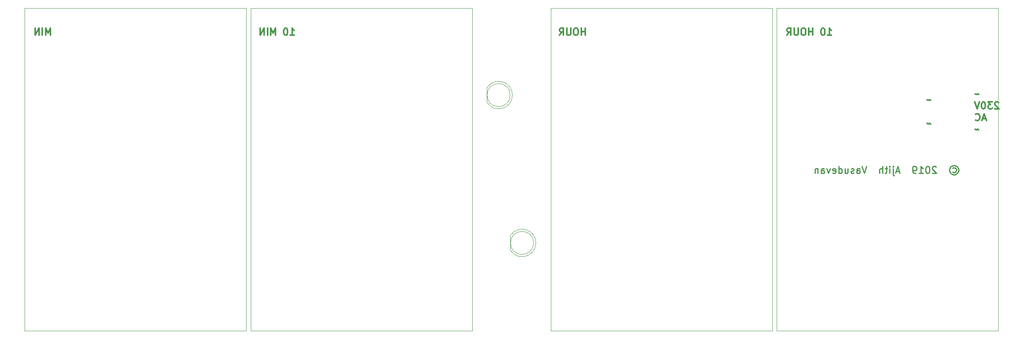
<source format=gbo>
G04 #@! TF.GenerationSoftware,KiCad,Pcbnew,5.1.4-e60b266~84~ubuntu18.04.1*
G04 #@! TF.CreationDate,2019-10-31T22:25:58+05:30*
G04 #@! TF.ProjectId,WemosClock,57656d6f-7343-46c6-9f63-6b2e6b696361,rev?*
G04 #@! TF.SameCoordinates,Original*
G04 #@! TF.FileFunction,Legend,Bot*
G04 #@! TF.FilePolarity,Positive*
%FSLAX46Y46*%
G04 Gerber Fmt 4.6, Leading zero omitted, Abs format (unit mm)*
G04 Created by KiCad (PCBNEW 5.1.4-e60b266~84~ubuntu18.04.1) date 2019-10-31 22:25:58*
%MOMM*%
%LPD*%
G04 APERTURE LIST*
%ADD10C,0.300000*%
%ADD11C,0.375000*%
%ADD12C,0.250000*%
%ADD13C,0.120000*%
G04 APERTURE END LIST*
D10*
X247280857Y-59025142D02*
X247209428Y-58953714D01*
X247066571Y-58882285D01*
X246780857Y-59025142D01*
X246638000Y-58953714D01*
X246566571Y-58882285D01*
X247280857Y-64125142D02*
X247209428Y-64053714D01*
X247066571Y-63982285D01*
X246780857Y-64125142D01*
X246638000Y-64053714D01*
X246566571Y-63982285D01*
X257663571Y-57750142D02*
X257592142Y-57678714D01*
X257449285Y-57607285D01*
X257163571Y-57750142D01*
X257020714Y-57678714D01*
X256949285Y-57607285D01*
X262020714Y-59514428D02*
X261949285Y-59443000D01*
X261806428Y-59371571D01*
X261449285Y-59371571D01*
X261306428Y-59443000D01*
X261235000Y-59514428D01*
X261163571Y-59657285D01*
X261163571Y-59800142D01*
X261235000Y-60014428D01*
X262092142Y-60871571D01*
X261163571Y-60871571D01*
X260663571Y-59371571D02*
X259735000Y-59371571D01*
X260235000Y-59943000D01*
X260020714Y-59943000D01*
X259877857Y-60014428D01*
X259806428Y-60085857D01*
X259735000Y-60228714D01*
X259735000Y-60585857D01*
X259806428Y-60728714D01*
X259877857Y-60800142D01*
X260020714Y-60871571D01*
X260449285Y-60871571D01*
X260592142Y-60800142D01*
X260663571Y-60728714D01*
X258806428Y-59371571D02*
X258663571Y-59371571D01*
X258520714Y-59443000D01*
X258449285Y-59514428D01*
X258377857Y-59657285D01*
X258306428Y-59943000D01*
X258306428Y-60300142D01*
X258377857Y-60585857D01*
X258449285Y-60728714D01*
X258520714Y-60800142D01*
X258663571Y-60871571D01*
X258806428Y-60871571D01*
X258949285Y-60800142D01*
X259020714Y-60728714D01*
X259092142Y-60585857D01*
X259163571Y-60300142D01*
X259163571Y-59943000D01*
X259092142Y-59657285D01*
X259020714Y-59514428D01*
X258949285Y-59443000D01*
X258806428Y-59371571D01*
X257877857Y-59371571D02*
X257377857Y-60871571D01*
X256877857Y-59371571D01*
X259235000Y-62993000D02*
X258520714Y-62993000D01*
X259377857Y-63421571D02*
X258877857Y-61921571D01*
X258377857Y-63421571D01*
X257020714Y-63278714D02*
X257092142Y-63350142D01*
X257306428Y-63421571D01*
X257449285Y-63421571D01*
X257663571Y-63350142D01*
X257806428Y-63207285D01*
X257877857Y-63064428D01*
X257949285Y-62778714D01*
X257949285Y-62564428D01*
X257877857Y-62278714D01*
X257806428Y-62135857D01*
X257663571Y-61993000D01*
X257449285Y-61921571D01*
X257306428Y-61921571D01*
X257092142Y-61993000D01*
X257020714Y-62064428D01*
X257663571Y-65400142D02*
X257592142Y-65328714D01*
X257449285Y-65257285D01*
X257163571Y-65400142D01*
X257020714Y-65328714D01*
X256949285Y-65257285D01*
D11*
X224944285Y-44874571D02*
X225801428Y-44874571D01*
X225372857Y-44874571D02*
X225372857Y-43374571D01*
X225515714Y-43588857D01*
X225658571Y-43731714D01*
X225801428Y-43803142D01*
X224015714Y-43374571D02*
X223872857Y-43374571D01*
X223730000Y-43446000D01*
X223658571Y-43517428D01*
X223587142Y-43660285D01*
X223515714Y-43946000D01*
X223515714Y-44303142D01*
X223587142Y-44588857D01*
X223658571Y-44731714D01*
X223730000Y-44803142D01*
X223872857Y-44874571D01*
X224015714Y-44874571D01*
X224158571Y-44803142D01*
X224230000Y-44731714D01*
X224301428Y-44588857D01*
X224372857Y-44303142D01*
X224372857Y-43946000D01*
X224301428Y-43660285D01*
X224230000Y-43517428D01*
X224158571Y-43446000D01*
X224015714Y-43374571D01*
X221730000Y-44874571D02*
X221730000Y-43374571D01*
X221730000Y-44088857D02*
X220872857Y-44088857D01*
X220872857Y-44874571D02*
X220872857Y-43374571D01*
X219872857Y-43374571D02*
X219587142Y-43374571D01*
X219444285Y-43446000D01*
X219301428Y-43588857D01*
X219230000Y-43874571D01*
X219230000Y-44374571D01*
X219301428Y-44660285D01*
X219444285Y-44803142D01*
X219587142Y-44874571D01*
X219872857Y-44874571D01*
X220015714Y-44803142D01*
X220158571Y-44660285D01*
X220230000Y-44374571D01*
X220230000Y-43874571D01*
X220158571Y-43588857D01*
X220015714Y-43446000D01*
X219872857Y-43374571D01*
X218587142Y-43374571D02*
X218587142Y-44588857D01*
X218515714Y-44731714D01*
X218444285Y-44803142D01*
X218301428Y-44874571D01*
X218015714Y-44874571D01*
X217872857Y-44803142D01*
X217801428Y-44731714D01*
X217730000Y-44588857D01*
X217730000Y-43374571D01*
X216158571Y-44874571D02*
X216658571Y-44160285D01*
X217015714Y-44874571D02*
X217015714Y-43374571D01*
X216444285Y-43374571D01*
X216301428Y-43446000D01*
X216230000Y-43517428D01*
X216158571Y-43660285D01*
X216158571Y-43874571D01*
X216230000Y-44017428D01*
X216301428Y-44088857D01*
X216444285Y-44160285D01*
X217015714Y-44160285D01*
X172422000Y-44874571D02*
X172422000Y-43374571D01*
X172422000Y-44088857D02*
X171564857Y-44088857D01*
X171564857Y-44874571D02*
X171564857Y-43374571D01*
X170564857Y-43374571D02*
X170279142Y-43374571D01*
X170136285Y-43446000D01*
X169993428Y-43588857D01*
X169922000Y-43874571D01*
X169922000Y-44374571D01*
X169993428Y-44660285D01*
X170136285Y-44803142D01*
X170279142Y-44874571D01*
X170564857Y-44874571D01*
X170707714Y-44803142D01*
X170850571Y-44660285D01*
X170922000Y-44374571D01*
X170922000Y-43874571D01*
X170850571Y-43588857D01*
X170707714Y-43446000D01*
X170564857Y-43374571D01*
X169279142Y-43374571D02*
X169279142Y-44588857D01*
X169207714Y-44731714D01*
X169136285Y-44803142D01*
X168993428Y-44874571D01*
X168707714Y-44874571D01*
X168564857Y-44803142D01*
X168493428Y-44731714D01*
X168422000Y-44588857D01*
X168422000Y-43374571D01*
X166850571Y-44874571D02*
X167350571Y-44160285D01*
X167707714Y-44874571D02*
X167707714Y-43374571D01*
X167136285Y-43374571D01*
X166993428Y-43446000D01*
X166922000Y-43517428D01*
X166850571Y-43660285D01*
X166850571Y-43874571D01*
X166922000Y-44017428D01*
X166993428Y-44088857D01*
X167136285Y-44160285D01*
X167707714Y-44160285D01*
X108521142Y-44874571D02*
X109378285Y-44874571D01*
X108949714Y-44874571D02*
X108949714Y-43374571D01*
X109092571Y-43588857D01*
X109235428Y-43731714D01*
X109378285Y-43803142D01*
X107592571Y-43374571D02*
X107449714Y-43374571D01*
X107306857Y-43446000D01*
X107235428Y-43517428D01*
X107164000Y-43660285D01*
X107092571Y-43946000D01*
X107092571Y-44303142D01*
X107164000Y-44588857D01*
X107235428Y-44731714D01*
X107306857Y-44803142D01*
X107449714Y-44874571D01*
X107592571Y-44874571D01*
X107735428Y-44803142D01*
X107806857Y-44731714D01*
X107878285Y-44588857D01*
X107949714Y-44303142D01*
X107949714Y-43946000D01*
X107878285Y-43660285D01*
X107806857Y-43517428D01*
X107735428Y-43446000D01*
X107592571Y-43374571D01*
X105306857Y-44874571D02*
X105306857Y-43374571D01*
X104806857Y-44446000D01*
X104306857Y-43374571D01*
X104306857Y-44874571D01*
X103592571Y-44874571D02*
X103592571Y-43374571D01*
X102878285Y-44874571D02*
X102878285Y-43374571D01*
X102021142Y-44874571D01*
X102021142Y-43374571D01*
X56506857Y-44874571D02*
X56506857Y-43374571D01*
X56006857Y-44446000D01*
X55506857Y-43374571D01*
X55506857Y-44874571D01*
X54792571Y-44874571D02*
X54792571Y-43374571D01*
X54078285Y-44874571D02*
X54078285Y-43374571D01*
X53221142Y-44874571D01*
X53221142Y-43374571D01*
D12*
X252065428Y-73703714D02*
X252208285Y-73632285D01*
X252494000Y-73632285D01*
X252636857Y-73703714D01*
X252779714Y-73846571D01*
X252851142Y-73989428D01*
X252851142Y-74275142D01*
X252779714Y-74418000D01*
X252636857Y-74560857D01*
X252494000Y-74632285D01*
X252208285Y-74632285D01*
X252065428Y-74560857D01*
X252351142Y-73132285D02*
X252708285Y-73203714D01*
X253065428Y-73418000D01*
X253279714Y-73775142D01*
X253351142Y-74132285D01*
X253279714Y-74489428D01*
X253065428Y-74846571D01*
X252708285Y-75060857D01*
X252351142Y-75132285D01*
X251994000Y-75060857D01*
X251636857Y-74846571D01*
X251422571Y-74489428D01*
X251351142Y-74132285D01*
X251422571Y-73775142D01*
X251636857Y-73418000D01*
X251994000Y-73203714D01*
X252351142Y-73132285D01*
X248494000Y-73489428D02*
X248422571Y-73418000D01*
X248279714Y-73346571D01*
X247922571Y-73346571D01*
X247779714Y-73418000D01*
X247708285Y-73489428D01*
X247636857Y-73632285D01*
X247636857Y-73775142D01*
X247708285Y-73989428D01*
X248565428Y-74846571D01*
X247636857Y-74846571D01*
X246708285Y-73346571D02*
X246565428Y-73346571D01*
X246422571Y-73418000D01*
X246351142Y-73489428D01*
X246279714Y-73632285D01*
X246208285Y-73918000D01*
X246208285Y-74275142D01*
X246279714Y-74560857D01*
X246351142Y-74703714D01*
X246422571Y-74775142D01*
X246565428Y-74846571D01*
X246708285Y-74846571D01*
X246851142Y-74775142D01*
X246922571Y-74703714D01*
X246994000Y-74560857D01*
X247065428Y-74275142D01*
X247065428Y-73918000D01*
X246994000Y-73632285D01*
X246922571Y-73489428D01*
X246851142Y-73418000D01*
X246708285Y-73346571D01*
X244779714Y-74846571D02*
X245636857Y-74846571D01*
X245208285Y-74846571D02*
X245208285Y-73346571D01*
X245351142Y-73560857D01*
X245494000Y-73703714D01*
X245636857Y-73775142D01*
X244065428Y-74846571D02*
X243779714Y-74846571D01*
X243636857Y-74775142D01*
X243565428Y-74703714D01*
X243422571Y-74489428D01*
X243351142Y-74203714D01*
X243351142Y-73632285D01*
X243422571Y-73489428D01*
X243494000Y-73418000D01*
X243636857Y-73346571D01*
X243922571Y-73346571D01*
X244065428Y-73418000D01*
X244136857Y-73489428D01*
X244208285Y-73632285D01*
X244208285Y-73989428D01*
X244136857Y-74132285D01*
X244065428Y-74203714D01*
X243922571Y-74275142D01*
X243636857Y-74275142D01*
X243494000Y-74203714D01*
X243422571Y-74132285D01*
X243351142Y-73989428D01*
X240494000Y-74418000D02*
X239779714Y-74418000D01*
X240636857Y-74846571D02*
X240136857Y-73346571D01*
X239636857Y-74846571D01*
X239136857Y-73846571D02*
X239136857Y-75132285D01*
X239208285Y-75275142D01*
X239351142Y-75346571D01*
X239422571Y-75346571D01*
X239136857Y-73346571D02*
X239208285Y-73418000D01*
X239136857Y-73489428D01*
X239065428Y-73418000D01*
X239136857Y-73346571D01*
X239136857Y-73489428D01*
X238422571Y-74846571D02*
X238422571Y-73846571D01*
X238422571Y-73346571D02*
X238494000Y-73418000D01*
X238422571Y-73489428D01*
X238351142Y-73418000D01*
X238422571Y-73346571D01*
X238422571Y-73489428D01*
X237922571Y-73846571D02*
X237351142Y-73846571D01*
X237708285Y-73346571D02*
X237708285Y-74632285D01*
X237636857Y-74775142D01*
X237494000Y-74846571D01*
X237351142Y-74846571D01*
X236851142Y-74846571D02*
X236851142Y-73346571D01*
X236208285Y-74846571D02*
X236208285Y-74060857D01*
X236279714Y-73918000D01*
X236422571Y-73846571D01*
X236636857Y-73846571D01*
X236779714Y-73918000D01*
X236851142Y-73989428D01*
X233422571Y-73346571D02*
X232922571Y-74846571D01*
X232422571Y-73346571D01*
X231279714Y-74846571D02*
X231279714Y-74060857D01*
X231351142Y-73918000D01*
X231494000Y-73846571D01*
X231779714Y-73846571D01*
X231922571Y-73918000D01*
X231279714Y-74775142D02*
X231422571Y-74846571D01*
X231779714Y-74846571D01*
X231922571Y-74775142D01*
X231994000Y-74632285D01*
X231994000Y-74489428D01*
X231922571Y-74346571D01*
X231779714Y-74275142D01*
X231422571Y-74275142D01*
X231279714Y-74203714D01*
X230636857Y-74775142D02*
X230494000Y-74846571D01*
X230208285Y-74846571D01*
X230065428Y-74775142D01*
X229994000Y-74632285D01*
X229994000Y-74560857D01*
X230065428Y-74418000D01*
X230208285Y-74346571D01*
X230422571Y-74346571D01*
X230565428Y-74275142D01*
X230636857Y-74132285D01*
X230636857Y-74060857D01*
X230565428Y-73918000D01*
X230422571Y-73846571D01*
X230208285Y-73846571D01*
X230065428Y-73918000D01*
X228708285Y-73846571D02*
X228708285Y-74846571D01*
X229351142Y-73846571D02*
X229351142Y-74632285D01*
X229279714Y-74775142D01*
X229136857Y-74846571D01*
X228922571Y-74846571D01*
X228779714Y-74775142D01*
X228708285Y-74703714D01*
X227351142Y-74846571D02*
X227351142Y-73346571D01*
X227351142Y-74775142D02*
X227494000Y-74846571D01*
X227779714Y-74846571D01*
X227922571Y-74775142D01*
X227994000Y-74703714D01*
X228065428Y-74560857D01*
X228065428Y-74132285D01*
X227994000Y-73989428D01*
X227922571Y-73918000D01*
X227779714Y-73846571D01*
X227494000Y-73846571D01*
X227351142Y-73918000D01*
X226065428Y-74775142D02*
X226208285Y-74846571D01*
X226494000Y-74846571D01*
X226636857Y-74775142D01*
X226708285Y-74632285D01*
X226708285Y-74060857D01*
X226636857Y-73918000D01*
X226494000Y-73846571D01*
X226208285Y-73846571D01*
X226065428Y-73918000D01*
X225994000Y-74060857D01*
X225994000Y-74203714D01*
X226708285Y-74346571D01*
X225494000Y-73846571D02*
X225136857Y-74846571D01*
X224779714Y-73846571D01*
X223565428Y-74846571D02*
X223565428Y-74060857D01*
X223636857Y-73918000D01*
X223779714Y-73846571D01*
X224065428Y-73846571D01*
X224208285Y-73918000D01*
X223565428Y-74775142D02*
X223708285Y-74846571D01*
X224065428Y-74846571D01*
X224208285Y-74775142D01*
X224279714Y-74632285D01*
X224279714Y-74489428D01*
X224208285Y-74346571D01*
X224065428Y-74275142D01*
X223708285Y-74275142D01*
X223565428Y-74203714D01*
X222851142Y-73846571D02*
X222851142Y-74846571D01*
X222851142Y-73989428D02*
X222779714Y-73918000D01*
X222636857Y-73846571D01*
X222422571Y-73846571D01*
X222279714Y-73918000D01*
X222208285Y-74060857D01*
X222208285Y-74846571D01*
D13*
X261954000Y-39000000D02*
X261954000Y-109000000D01*
X213954000Y-39000000D02*
X261954000Y-39000000D01*
X213954000Y-109000000D02*
X213954000Y-39000000D01*
X261954000Y-109000000D02*
X213954000Y-109000000D01*
X212956000Y-39000000D02*
X212956000Y-109000000D01*
X164956000Y-39000000D02*
X212956000Y-39000000D01*
X164956000Y-109000000D02*
X164956000Y-39000000D01*
X212956000Y-109000000D02*
X164956000Y-109000000D01*
X147952000Y-39000000D02*
X147952000Y-109000000D01*
X99952000Y-39000000D02*
X147952000Y-39000000D01*
X99952000Y-109000000D02*
X99952000Y-39000000D01*
X147952000Y-109000000D02*
X99952000Y-109000000D01*
X98955000Y-39000000D02*
X98955000Y-109000000D01*
X50955000Y-39000000D02*
X98955000Y-39000000D01*
X50955000Y-109000000D02*
X50955000Y-39000000D01*
X98955000Y-109000000D02*
X50955000Y-109000000D01*
X151110000Y-59417000D02*
X151110000Y-56327000D01*
X156170000Y-57872000D02*
G75*
G03X156170000Y-57872000I-2500000J0D01*
G01*
X156660000Y-57872462D02*
G75*
G03X151110000Y-56327170I-2990000J462D01*
G01*
X156660000Y-57871538D02*
G75*
G02X151110000Y-59416830I-2990000J-462D01*
G01*
X156190000Y-91501000D02*
X156190000Y-88411000D01*
X161250000Y-89956000D02*
G75*
G03X161250000Y-89956000I-2500000J0D01*
G01*
X161740000Y-89956462D02*
G75*
G03X156190000Y-88411170I-2990000J462D01*
G01*
X161740000Y-89955538D02*
G75*
G02X156190000Y-91500830I-2990000J-462D01*
G01*
M02*

</source>
